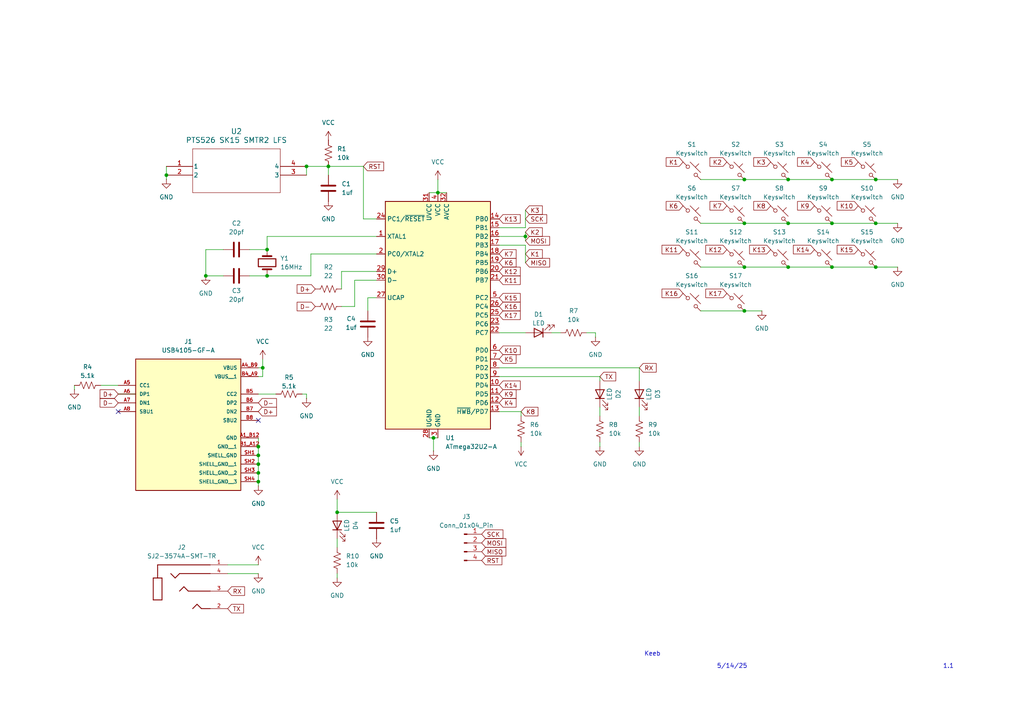
<source format=kicad_sch>
(kicad_sch (version 20231120) (generator "eeschema") (generator_version "8.0")
  (paper "A4")
  (lib_symbols
    (symbol "Connector:Conn_01x04_Pin" (pin_names (offset 1.016) hide)
      (property "Reference" "J" (at 0 5.08 0))
      (property "Value" "Conn_01x04_Pin" (at 0 -7.62 0))
      (symbol "Conn_01x04_Pin_1_1"
        (polyline (pts (xy 1.27 -5.08) (xy 0.8636 -5.08)) (stroke (width 0.1524)))
        (polyline (pts (xy 1.27 -2.54) (xy 0.8636 -2.54)) (stroke (width 0.1524)))
        (polyline (pts (xy 1.27 0) (xy 0.8636 0)) (stroke (width 0.1524)))
        (polyline (pts (xy 1.27 2.54) (xy 0.8636 2.54)) (stroke (width 0.1524)))
        (rectangle (start 0.8636 -4.953) (end 0 -5.207) (stroke (width 0.1524)) (fill (type outline)))
        (rectangle (start 0.8636 -2.413) (end 0 -2.667) (stroke (width 0.1524)) (fill (type outline)))
        (rectangle (start 0.8636 0.127) (end 0 -0.127) (stroke (width 0.1524)) (fill (type outline)))
        (rectangle (start 0.8636 2.667) (end 0 2.413) (stroke (width 0.1524)) (fill (type outline)))
        (pin passive line (at 5.08 2.54 180) (length 3.81) (name "Pin_1") (number "1"))
        (pin passive line (at 5.08 0 180) (length 3.81) (name "Pin_2") (number "2"))
        (pin passive line (at 5.08 -2.54 180) (length 3.81) (name "Pin_3") (number "3"))
        (pin passive line (at 5.08 -5.08 180) (length 3.81) (name "Pin_4") (number "4"))
      )
    )
    (symbol "Device:C" (pin_numbers hide) (pin_names (offset 0.254))
      (property "Reference" "C" (at 0.635 2.54 0))
      (property "Value" "C" (at 0.635 -2.54 0))
      (symbol "C_0_1"
        (polyline (pts (xy -2.032 -0.762) (xy 2.032 -0.762)) (stroke (width 0.508)))
        (polyline (pts (xy -2.032 0.762) (xy 2.032 0.762)) (stroke (width 0.508)))
      )
      (symbol "C_1_1"
        (pin passive line (at 0 3.81 270) (length 2.794) (name "~") (number "1"))
        (pin passive line (at 0 -3.81 90) (length 2.794) (name "~") (number "2"))
      )
    )
    (symbol "Device:Crystal" (pin_numbers hide) (pin_names (offset 1.016) hide)
      (property "Reference" "Y" (at 0 3.81 0))
      (property "Value" "Crystal" (at 0 -3.81 0))
      (symbol "Crystal_0_1"
        (rectangle (start -1.143 2.54) (end 1.143 -2.54) (stroke (width 0.3048)))
        (polyline (pts (xy -2.54 0) (xy -1.905 0)))
        (polyline (pts (xy -1.905 -1.27) (xy -1.905 1.27)) (stroke (width 0.508)))
        (polyline (pts (xy 1.905 -1.27) (xy 1.905 1.27)) (stroke (width 0.508)))
        (polyline (pts (xy 2.54 0) (xy 1.905 0)))
      )
      (symbol "Crystal_1_1"
        (pin passive line (at -3.81 0 0) (length 1.27) (name "1") (number "1"))
        (pin passive line (at 3.81 0 180) (length 1.27) (name "2") (number "2"))
      )
    )
    (symbol "Device:LED" (pin_numbers hide) (pin_names (offset 1.016) hide)
      (property "Reference" "D" (at 0 2.54 0))
      (property "Value" "LED" (at 0 -2.54 0))
      (symbol "LED_0_1"
        (polyline (pts (xy -1.27 -1.27) (xy -1.27 1.27)) (stroke (width 0.254)))
        (polyline (pts (xy -1.27 0) (xy 1.27 0)))
        (polyline (pts (xy 1.27 -1.27) (xy 1.27 1.27) (xy -1.27 0) (xy 1.27 -1.27)) (stroke (width 0.254)))
        (polyline (pts (xy -3.048 -0.762) (xy -4.572 -2.286) (xy -3.81 -2.286) (xy -4.572 -2.286) (xy -4.572 -1.524)))
        (polyline (pts (xy -1.778 -0.762) (xy -3.302 -2.286) (xy -2.54 -2.286) (xy -3.302 -2.286) (xy -3.302 -1.524)))
      )
      (symbol "LED_1_1"
        (pin passive line (at -3.81 0 0) (length 2.54) (name "K") (number "1"))
        (pin passive line (at 3.81 0 180) (length 2.54) (name "A") (number "2"))
      )
    )
    (symbol "Device:R_US" (pin_numbers hide) (pin_names (offset 0))
      (property "Reference" "R" (at 2.54 0 90))
      (property "Value" "R_US" (at -2.54 0 90))
      (symbol "R_US_0_1"
        (polyline (pts (xy 0 -2.286) (xy 0 -2.54)))
        (polyline (pts (xy 0 2.286) (xy 0 2.54)))
        (polyline (pts (xy 0 -0.762) (xy 1.016 -1.143) (xy 0 -1.524) (xy -1.016 -1.905) (xy 0 -2.286)))
        (polyline (pts (xy 0 0.762) (xy 1.016 0.381) (xy 0 0) (xy -1.016 -0.381) (xy 0 -0.762)))
        (polyline (pts (xy 0 2.286) (xy 1.016 1.905) (xy 0 1.524) (xy -1.016 1.143) (xy 0 0.762)))
      )
      (symbol "R_US_1_1"
        (pin passive line (at 0 3.81 270) (length 1.27) (name "~") (number "1"))
        (pin passive line (at 0 -3.81 90) (length 1.27) (name "~") (number "2"))
      )
    )
    (symbol "MCU_Microchip_ATmega:ATmega32U2-A"
      (property "Reference" "U" (at -15.24 34.29 0))
      (property "Value" "ATmega32U2-A" (at 2.54 -34.29 0))
      (symbol "ATmega32U2-A_0_1"
        (rectangle (start -15.24 -33.02) (end 15.24 33.02) (stroke (width 0.254)) (fill (type background)))
      )
      (symbol "ATmega32U2-A_1_1"
        (pin input line (at -17.78 22.86 0) (length 2.54) (name "XTAL1") (number "1"))
        (pin bidirectional line (at 17.78 -20.32 180) (length 2.54) (name "PD4") (number "10"))
        (pin bidirectional line (at 17.78 -22.86 180) (length 2.54) (name "PD5") (number "11"))
        (pin bidirectional line (at 17.78 -25.4 180) (length 2.54) (name "PD6") (number "12"))
        (pin bidirectional line (at 17.78 -27.94 180) (length 2.54) (name "~{HWB}/PD7") (number "13"))
        (pin bidirectional line (at 17.78 27.94 180) (length 2.54) (name "PB0") (number "14"))
        (pin bidirectional line (at 17.78 25.4 180) (length 2.54) (name "PB1") (number "15"))
        (pin bidirectional line (at 17.78 22.86 180) (length 2.54) (name "PB2") (number "16"))
        (pin bidirectional line (at 17.78 20.32 180) (length 2.54) (name "PB3") (number "17"))
        (pin bidirectional line (at 17.78 17.78 180) (length 2.54) (name "PB4") (number "18"))
        (pin bidirectional line (at 17.78 15.24 180) (length 2.54) (name "PB5") (number "19"))
        (pin bidirectional line (at -17.78 17.78 0) (length 2.54) (name "PC0/XTAL2") (number "2"))
        (pin bidirectional line (at 17.78 12.7 180) (length 2.54) (name "PB6") (number "20"))
        (pin bidirectional line (at 17.78 10.16 180) (length 2.54) (name "PB7") (number "21"))
        (pin bidirectional line (at 17.78 -5.08 180) (length 2.54) (name "PC7") (number "22"))
        (pin bidirectional line (at 17.78 -2.54 180) (length 2.54) (name "PC6") (number "23"))
        (pin bidirectional line (at -17.78 27.94 0) (length 2.54) (name "PC1/~{RESET}") (number "24"))
        (pin bidirectional line (at 17.78 0 180) (length 2.54) (name "PC5") (number "25"))
        (pin bidirectional line (at 17.78 2.54 180) (length 2.54) (name "PC4") (number "26"))
        (pin passive line (at -17.78 5.08 0) (length 2.54) (name "UCAP") (number "27"))
        (pin power_in line (at -2.54 -35.56 90) (length 2.54) (name "UGND") (number "28"))
        (pin bidirectional line (at -17.78 12.7 0) (length 2.54) (name "D+") (number "29"))
        (pin power_in line (at 0 -35.56 90) (length 2.54) (name "GND") (number "3"))
        (pin bidirectional line (at -17.78 10.16 0) (length 2.54) (name "D-") (number "30"))
        (pin power_in line (at -2.54 35.56 270) (length 2.54) (name "UVCC") (number "31"))
        (pin power_in line (at 2.54 35.56 270) (length 2.54) (name "AVCC") (number "32"))
        (pin power_in line (at 0 35.56 270) (length 2.54) (name "VCC") (number "4"))
        (pin bidirectional line (at 17.78 5.08 180) (length 2.54) (name "PC2") (number "5"))
        (pin bidirectional line (at 17.78 -10.16 180) (length 2.54) (name "PD0") (number "6"))
        (pin bidirectional line (at 17.78 -12.7 180) (length 2.54) (name "PD1") (number "7"))
        (pin bidirectional line (at 17.78 -15.24 180) (length 2.54) (name "PD2") (number "8"))
        (pin bidirectional line (at 17.78 -17.78 180) (length 2.54) (name "PD3") (number "9"))
      )
    )
    (symbol "PTS526SK15SMTR2 LFS:PTS526_SK15_SMTR2_LFS" (pin_names (offset 0.254))
      (property "Reference" "U" (at 20.32 10.16 0))
      (property "Value" "PTS526 SK15 SMTR2 LFS" (at 20.32 7.62 0))
      (symbol "PTS526_SK15_SMTR2_LFS_0_1"
        (polyline (pts (xy 7.62 -7.62) (xy 33.02 -7.62)) (stroke (width 0.127)))
        (polyline (pts (xy 7.62 5.08) (xy 7.62 -7.62)) (stroke (width 0.127)))
        (polyline (pts (xy 33.02 -7.62) (xy 33.02 5.08)) (stroke (width 0.127)))
        (polyline (pts (xy 33.02 5.08) (xy 7.62 5.08)) (stroke (width 0.127)))
        (pin unspecified line (at 0 0 0) (length 7.62) (name "1") (number "1"))
        (pin unspecified line (at 0 -2.54 0) (length 7.62) (name "2") (number "2"))
        (pin unspecified line (at 40.64 -2.54 180) (length 7.62) (name "3") (number "3"))
        (pin unspecified line (at 40.64 0 180) (length 7.62) (name "4") (number "4"))
      )
    )
    (symbol "SJ2-3574A-SMT-TR:SJ2-3574A-SMT-TR" (pin_names (offset 1.016))
      (property "Reference" "J" (at -7.62 8.382 0))
      (property "Value" "SJ2-3574A-SMT-TR" (at -7.62 -7.62 0))
      (symbol "SJ2-3574A-SMT-TR_0_0"
        (polyline (pts (xy -8.89 -2.54) (xy -8.89 3.81)) (stroke (width 0.254)))
        (polyline (pts (xy -8.89 3.81) (xy -7.62 3.81)) (stroke (width 0.254)))
        (polyline (pts (xy -7.62 3.81) (xy -7.62 7.62)) (stroke (width 0.254)))
        (polyline (pts (xy -7.62 3.81) (xy -6.35 3.81)) (stroke (width 0.254)))
        (polyline (pts (xy -7.62 7.62) (xy 7.62 7.62)) (stroke (width 0.254)))
        (polyline (pts (xy -6.35 -2.54) (xy -8.89 -2.54)) (stroke (width 0.254)))
        (polyline (pts (xy -6.35 3.81) (xy -6.35 -2.54)) (stroke (width 0.254)))
        (polyline (pts (xy -3.81 5.08) (xy -2.54 3.81)) (stroke (width 0.254)))
        (polyline (pts (xy -2.54 3.81) (xy -1.27 5.08)) (stroke (width 0.254)))
        (polyline (pts (xy -1.27 0) (xy 0 1.27)) (stroke (width 0.254)))
        (polyline (pts (xy -1.27 5.08) (xy 7.62 5.08)) (stroke (width 0.254)))
        (polyline (pts (xy 0 1.27) (xy 1.27 0)) (stroke (width 0.254)))
        (polyline (pts (xy 1.27 0) (xy 7.62 0)) (stroke (width 0.254)))
        (polyline (pts (xy 2.54 -5.08) (xy 3.81 -3.81)) (stroke (width 0.254)))
        (polyline (pts (xy 3.81 -3.81) (xy 5.08 -5.08)) (stroke (width 0.254)))
        (polyline (pts (xy 5.08 -5.08) (xy 7.62 -5.08)) (stroke (width 0.254)))
        (pin passive line (at 12.7 7.62 180) (length 5.08) (name "~") (number "1"))
        (pin passive line (at 12.7 -5.08 180) (length 5.08) (name "~") (number "2"))
        (pin passive line (at 12.7 0 180) (length 5.08) (name "~") (number "3"))
        (pin passive line (at 12.7 5.08 180) (length 5.08) (name "~") (number "4"))
      )
    )
    (symbol "ScottoKeebs:Placeholder_Keyswitch" (pin_numbers hide) (pin_names (offset 1.016) hide)
      (property "Reference" "S" (at 3.048 1.016 0))
      (property "Value" "Keyswitch" (at 0 -3.81 0))
      (symbol "Placeholder_Keyswitch_0_1"
        (circle (center -1.1684 1.1684) (radius 0.508))
        (polyline (pts (xy -0.508 2.54) (xy 2.54 -0.508)))
        (polyline (pts (xy 1.016 1.016) (xy 2.032 2.032)))
        (polyline (pts (xy -2.54 2.54) (xy -1.524 1.524) (xy -1.524 1.524)))
        (polyline (pts (xy 1.524 -1.524) (xy 2.54 -2.54) (xy 2.54 -2.54) (xy 2.54 -2.54)))
        (circle (center 1.143 -1.1938) (radius 0.508))
        (pin passive line (at -2.54 2.54 0) (length 0) (name "1") (number "1"))
        (pin passive line (at 2.54 -2.54 180) (length 0) (name "2") (number "2"))
      )
    )
    (symbol "USB_C:USB4105-GF-A" (pin_names (offset 1.016))
      (property "Reference" "J" (at -15.24 13.97 0))
      (property "Value" "USB4105-GF-A" (at -15.24 -27.94 0))
      (symbol "USB4105-GF-A_0_0"
        (rectangle (start -15.24 -25.4) (end 15.24 12.7) (stroke (width 0.254)) (fill (type background)))
        (pin power_in line (at 20.32 -10.16 180) (length 5.08) (name "GND") (number "A1_B12"))
        (pin power_in line (at 20.32 10.16 180) (length 5.08) (name "VBUS") (number "A4_B9"))
        (pin bidirectional line (at -20.32 5.08 0) (length 5.08) (name "CC1") (number "A5"))
        (pin bidirectional line (at -20.32 2.54 0) (length 5.08) (name "DP1") (number "A6"))
        (pin bidirectional line (at -20.32 0 0) (length 5.08) (name "DN1") (number "A7"))
        (pin bidirectional line (at -20.32 -2.54 0) (length 5.08) (name "SBU1") (number "A8"))
        (pin power_in line (at 20.32 -12.7 180) (length 5.08) (name "GND__1") (number "B1_A12"))
        (pin power_in line (at 20.32 7.62 180) (length 5.08) (name "VBUS__1") (number "B4_A9"))
        (pin bidirectional line (at 20.32 2.54 180) (length 5.08) (name "CC2") (number "B5"))
        (pin bidirectional line (at 20.32 0 180) (length 5.08) (name "DP2") (number "B6"))
        (pin bidirectional line (at 20.32 -2.54 180) (length 5.08) (name "DN2") (number "B7"))
        (pin bidirectional line (at 20.32 -5.08 180) (length 5.08) (name "SBU2") (number "B8"))
        (pin power_in line (at 20.32 -15.24 180) (length 5.08) (name "SHELL_GND") (number "SH1"))
        (pin power_in line (at 20.32 -17.78 180) (length 5.08) (name "SHELL_GND__1") (number "SH2"))
        (pin power_in line (at 20.32 -20.32 180) (length 5.08) (name "SHELL_GND__2") (number "SH3"))
        (pin power_in line (at 20.32 -22.86 180) (length 5.08) (name "SHELL_GND__3") (number "SH4"))
      )
    )
    (symbol "power:GND" (power) (pin_numbers hide) (pin_names (offset 0) hide)
      (property "Value" "GND" (at 0 -3.81 0))
      (symbol "GND_0_1"
        (polyline (pts (xy 0 0) (xy 0 -1.27) (xy 1.27 -1.27) (xy 0 -2.54) (xy -1.27 -1.27) (xy 0 -1.27)))
      )
      (symbol "GND_1_1"
        (pin power_in line (at 0 0 270) (length 0) (name "~") (number "1"))
      )
    )
    (symbol "power:VCC" (power) (pin_numbers hide) (pin_names (offset 0) hide)
      (property "Value" "VCC" (at 0 3.556 0))
      (symbol "VCC_0_1"
        (polyline (pts (xy -0.762 1.27) (xy 0 2.54)))
        (polyline (pts (xy 0 0) (xy 0 2.54)))
        (polyline (pts (xy 0 2.54) (xy 0.762 1.27)))
      )
      (symbol "VCC_1_1"
        (pin power_in line (at 0 0 90) (length 0) (name "~") (number "1"))
      )
    )
  )
  (junction (at 95.25 48.26))
  (junction (at 74.93 132.08))
  (junction (at 228.6 52.07))
  (junction (at 125.73 127))
  (junction (at 77.47 72.39))
  (junction (at 48.26 50.8))
  (junction (at 88.9 48.26))
  (junction (at 215.9 90.17))
  (junction (at 228.6 64.77))
  (junction (at 77.47 80.01))
  (junction (at 74.93 137.16))
  (junction (at 254 77.47))
  (junction (at 74.93 139.7))
  (junction (at 215.9 52.07))
  (junction (at 241.3 77.47))
  (junction (at 241.3 52.07))
  (junction (at 127 55.88))
  (junction (at 254 52.07))
  (junction (at 228.6 77.47))
  (junction (at 59.69 80.01))
  (junction (at 215.9 77.47))
  (junction (at 152.4 68.58))
  (junction (at 241.3 64.77))
  (junction (at 74.93 134.62))
  (junction (at 97.79 148.59))
  (junction (at 76.2 106.68))
  (junction (at 215.9 64.77))
  (junction (at 74.93 129.54))
  (junction (at 254 64.77))
  (no_connect (at 74.93 121.92))
  (no_connect (at 34.29 119.38))
  (wire (pts (xy 160.02 96.52) (xy 162.56 96.52)))
  (wire (pts (xy 74.93 134.62) (xy 74.93 137.16)))
  (wire (pts (xy 203.2 52.07) (xy 215.9 52.07)))
  (wire (pts (xy 144.78 119.38) (xy 151.13 119.38)))
  (wire (pts (xy 125.73 127) (xy 125.73 130.81)))
  (wire (pts (xy 102.87 81.28) (xy 102.87 88.9)))
  (wire (pts (xy 74.93 114.3) (xy 80.01 114.3)))
  (wire (pts (xy 109.22 78.74) (xy 99.06 78.74)))
  (wire (pts (xy 125.73 127) (xy 127 127)))
  (wire (pts (xy 241.3 64.77) (xy 254 64.77)))
  (wire (pts (xy 74.93 106.68) (xy 76.2 106.68)))
  (wire (pts (xy 74.93 139.7) (xy 74.93 140.97)))
  (wire (pts (xy 74.93 137.16) (xy 74.93 139.7)))
  (wire (pts (xy 173.99 128.27) (xy 173.99 129.54)))
  (wire (pts (xy 74.93 129.54) (xy 74.93 132.08)))
  (wire (pts (xy 215.9 52.07) (xy 228.6 52.07)))
  (wire (pts (xy 151.13 128.27) (xy 151.13 129.54)))
  (wire (pts (xy 254 52.07) (xy 260.35 52.07)))
  (wire (pts (xy 34.29 114.3) (xy 39.37 114.3)))
  (wire (pts (xy 228.6 52.07) (xy 241.3 52.07)))
  (wire (pts (xy 152.4 66.04) (xy 144.78 66.04)))
  (wire (pts (xy 215.9 90.17) (xy 220.98 90.17)))
  (wire (pts (xy 152.4 60.96) (xy 152.4 66.04)))
  (wire (pts (xy 88.9 48.26) (xy 95.25 48.26)))
  (wire (pts (xy 29.21 111.76) (xy 34.29 111.76)))
  (wire (pts (xy 76.2 106.68) (xy 76.2 104.14)))
  (wire (pts (xy 124.46 55.88) (xy 127 55.88)))
  (wire (pts (xy 88.9 48.26) (xy 88.9 50.8)))
  (wire (pts (xy 72.39 80.01) (xy 77.47 80.01)))
  (wire (pts (xy 66.04 163.83) (xy 74.93 163.83)))
  (wire (pts (xy 185.42 118.11) (xy 185.42 120.65)))
  (wire (pts (xy 97.79 166.37) (xy 97.79 167.64)))
  (wire (pts (xy 203.2 64.77) (xy 215.9 64.77)))
  (wire (pts (xy 102.87 88.9) (xy 99.06 88.9)))
  (wire (pts (xy 215.9 77.47) (xy 228.6 77.47)))
  (wire (pts (xy 254 64.77) (xy 260.35 64.77)))
  (wire (pts (xy 77.47 68.58) (xy 77.47 72.39)))
  (wire (pts (xy 144.78 96.52) (xy 152.4 96.52)))
  (wire (pts (xy 88.9 115.57) (xy 88.9 114.3)))
  (wire (pts (xy 48.26 48.26) (xy 48.26 50.8)))
  (wire (pts (xy 203.2 90.17) (xy 215.9 90.17)))
  (wire (pts (xy 59.69 80.01) (xy 64.77 80.01)))
  (wire (pts (xy 241.3 77.47) (xy 254 77.47)))
  (wire (pts (xy 152.4 68.58) (xy 144.78 68.58)))
  (wire (pts (xy 95.25 48.26) (xy 95.25 50.8)))
  (wire (pts (xy 109.22 81.28) (xy 102.87 81.28)))
  (wire (pts (xy 48.26 52.07) (xy 48.26 50.8)))
  (wire (pts (xy 127 55.88) (xy 129.54 55.88)))
  (wire (pts (xy 254 77.47) (xy 260.35 77.47)))
  (wire (pts (xy 109.22 73.66) (xy 90.17 73.66)))
  (wire (pts (xy 106.68 86.36) (xy 106.68 90.17)))
  (wire (pts (xy 152.4 67.31) (xy 152.4 68.58)))
  (wire (pts (xy 185.42 128.27) (xy 185.42 129.54)))
  (wire (pts (xy 215.9 64.77) (xy 228.6 64.77)))
  (wire (pts (xy 109.22 68.58) (xy 77.47 68.58)))
  (wire (pts (xy 124.46 127) (xy 125.73 127)))
  (wire (pts (xy 173.99 118.11) (xy 173.99 120.65)))
  (wire (pts (xy 59.69 72.39) (xy 59.69 80.01)))
  (wire (pts (xy 172.72 96.52) (xy 170.18 96.52)))
  (wire (pts (xy 97.79 144.78) (xy 97.79 148.59)))
  (wire (pts (xy 228.6 64.77) (xy 241.3 64.77)))
  (wire (pts (xy 152.4 68.58) (xy 152.4 69.85)))
  (wire (pts (xy 90.17 80.01) (xy 77.47 80.01)))
  (wire (pts (xy 99.06 78.74) (xy 99.06 83.82)))
  (wire (pts (xy 95.25 48.26) (xy 105.41 48.26)))
  (wire (pts (xy 90.17 73.66) (xy 90.17 80.01)))
  (wire (pts (xy 97.79 156.21) (xy 97.79 158.75)))
  (wire (pts (xy 241.3 52.07) (xy 254 52.07)))
  (wire (pts (xy 74.93 127) (xy 74.93 129.54)))
  (wire (pts (xy 144.78 109.22) (xy 173.99 109.22)))
  (wire (pts (xy 88.9 114.3) (xy 87.63 114.3)))
  (wire (pts (xy 152.4 71.12) (xy 152.4 76.2)))
  (wire (pts (xy 74.93 132.08) (xy 74.93 134.62)))
  (wire (pts (xy 72.39 72.39) (xy 77.47 72.39)))
  (wire (pts (xy 144.78 106.68) (xy 185.42 106.68)))
  (wire (pts (xy 76.2 109.22) (xy 76.2 106.68)))
  (wire (pts (xy 21.59 113.03) (xy 21.59 111.76)))
  (wire (pts (xy 59.69 72.39) (xy 64.77 72.39)))
  (wire (pts (xy 144.78 71.12) (xy 152.4 71.12)))
  (wire (pts (xy 151.13 119.38) (xy 151.13 120.65)))
  (wire (pts (xy 185.42 106.68) (xy 185.42 110.49)))
  (wire (pts (xy 228.6 77.47) (xy 241.3 77.47)))
  (wire (pts (xy 173.99 110.49) (xy 173.99 109.22)))
  (wire (pts (xy 105.41 48.26) (xy 105.41 63.5)))
  (wire (pts (xy 66.04 166.37) (xy 74.93 166.37)))
  (wire (pts (xy 97.79 148.59) (xy 109.22 148.59)))
  (wire (pts (xy 76.2 109.22) (xy 74.93 109.22)))
  (wire (pts (xy 105.41 63.5) (xy 109.22 63.5)))
  (wire (pts (xy 109.22 86.36) (xy 106.68 86.36)))
  (wire (pts (xy 127 52.07) (xy 127 55.88)))
  (wire (pts (xy 203.2 77.47) (xy 215.9 77.47)))
  (wire (pts (xy 172.72 96.52) (xy 172.72 97.79)))
  (text "1.1" (at 275.082 193.294 0) (effects (font (size 1.27 1.27))))
  (text "Keeb" (at 189.23 189.738 0) (effects (font (size 1.27 1.27))))
  (text "5/14/25" (at 212.344 193.294 0) (effects (font (size 1.27 1.27))))
  (global_label "TX" (shape input) (at 66.04 176.53 0) (property "Intersheetrefs" "${INTERSHEET_REFS}" (effects (hide yes))))
  (global_label "D+" (shape input) (at 34.29 114.3 180) (property "Intersheetrefs" "${INTERSHEET_REFS}" (effects (hide yes))))
  (global_label "MOSI" (shape input) (at 139.7 157.48 0) (property "Intersheetrefs" "${INTERSHEET_REFS}" (effects (hide yes))))
  (global_label "K5" (shape input) (at 248.92 46.99 180) (property "Intersheetrefs" "${INTERSHEET_REFS}" (effects (hide yes))))
  (global_label "SCK" (shape input) (at 139.7 154.94 0) (property "Intersheetrefs" "${INTERSHEET_REFS}" (effects (hide yes))))
  (global_label "K9" (shape input) (at 144.78 114.3 0) (property "Intersheetrefs" "${INTERSHEET_REFS}" (effects (hide yes))))
  (global_label "K12" (shape input) (at 144.78 78.74 0) (property "Intersheetrefs" "${INTERSHEET_REFS}" (effects (hide yes))))
  (global_label "K2" (shape input) (at 152.4 67.31 0) (property "Intersheetrefs" "${INTERSHEET_REFS}" (effects (hide yes))))
  (global_label "D-" (shape input) (at 91.44 88.9 180) (property "Intersheetrefs" "${INTERSHEET_REFS}" (effects (hide yes))))
  (global_label "K5" (shape input) (at 144.78 104.14 0) (property "Intersheetrefs" "${INTERSHEET_REFS}" (effects (hide yes))))
  (global_label "K4" (shape input) (at 236.22 46.99 180) (property "Intersheetrefs" "${INTERSHEET_REFS}" (effects (hide yes))))
  (global_label "K3" (shape input) (at 152.4 60.96 0) (property "Intersheetrefs" "${INTERSHEET_REFS}" (effects (hide yes))))
  (global_label "MOSI" (shape input) (at 152.4 69.85 0) (property "Intersheetrefs" "${INTERSHEET_REFS}" (effects (hide yes))))
  (global_label "K14" (shape input) (at 144.78 111.76 0) (property "Intersheetrefs" "${INTERSHEET_REFS}" (effects (hide yes))))
  (global_label "K6" (shape input) (at 198.12 59.69 180) (property "Intersheetrefs" "${INTERSHEET_REFS}" (effects (hide yes))))
  (global_label "RST" (shape input) (at 139.7 162.56 0) (property "Intersheetrefs" "${INTERSHEET_REFS}" (effects (hide yes))))
  (global_label "K7" (shape input) (at 144.78 73.66 0) (property "Intersheetrefs" "${INTERSHEET_REFS}" (effects (hide yes))))
  (global_label "K8" (shape input) (at 223.52 59.69 180) (property "Intersheetrefs" "${INTERSHEET_REFS}" (effects (hide yes))))
  (global_label "K17" (shape input) (at 210.82 85.09 180) (property "Intersheetrefs" "${INTERSHEET_REFS}" (effects (hide yes))))
  (global_label "K1" (shape input) (at 198.12 46.99 180) (property "Intersheetrefs" "${INTERSHEET_REFS}" (effects (hide yes))))
  (global_label "K16" (shape input) (at 144.78 88.9 0) (property "Intersheetrefs" "${INTERSHEET_REFS}" (effects (hide yes))))
  (global_label "K14" (shape input) (at 236.22 72.39 180) (property "Intersheetrefs" "${INTERSHEET_REFS}" (effects (hide yes))))
  (global_label "K13" (shape input) (at 144.78 63.5 0) (property "Intersheetrefs" "${INTERSHEET_REFS}" (effects (hide yes))))
  (global_label "D+" (shape input) (at 74.93 119.38 0) (property "Intersheetrefs" "${INTERSHEET_REFS}" (effects (hide yes))))
  (global_label "RX" (shape input) (at 185.42 106.68 0) (property "Intersheetrefs" "${INTERSHEET_REFS}" (effects (hide yes))))
  (global_label "K10" (shape input) (at 248.92 59.69 180) (property "Intersheetrefs" "${INTERSHEET_REFS}" (effects (hide yes))))
  (global_label "MISO" (shape input) (at 152.4 76.2 0) (property "Intersheetrefs" "${INTERSHEET_REFS}" (effects (hide yes))))
  (global_label "D+" (shape input) (at 91.44 83.82 180) (property "Intersheetrefs" "${INTERSHEET_REFS}" (effects (hide yes))))
  (global_label "K15" (shape input) (at 248.92 72.39 180) (property "Intersheetrefs" "${INTERSHEET_REFS}" (effects (hide yes))))
  (global_label "K13" (shape input) (at 223.52 72.39 180) (property "Intersheetrefs" "${INTERSHEET_REFS}" (effects (hide yes))))
  (global_label "RX" (shape input) (at 66.04 171.45 0) (property "Intersheetrefs" "${INTERSHEET_REFS}" (effects (hide yes))))
  (global_label "K6" (shape input) (at 144.78 76.2 0) (property "Intersheetrefs" "${INTERSHEET_REFS}" (effects (hide yes))))
  (global_label "K8" (shape input) (at 151.13 119.38 0) (property "Intersheetrefs" "${INTERSHEET_REFS}" (effects (hide yes))))
  (global_label "D-" (shape input) (at 74.93 116.84 0) (property "Intersheetrefs" "${INTERSHEET_REFS}" (effects (hide yes))))
  (global_label "SCK" (shape input) (at 152.4 63.5 0) (property "Intersheetrefs" "${INTERSHEET_REFS}" (effects (hide yes))))
  (global_label "K11" (shape input) (at 198.12 72.39 180) (property "Intersheetrefs" "${INTERSHEET_REFS}" (effects (hide yes))))
  (global_label "K16" (shape input) (at 198.12 85.09 180) (property "Intersheetrefs" "${INTERSHEET_REFS}" (effects (hide yes))))
  (global_label "RST" (shape input) (at 105.41 48.26 0) (property "Intersheetrefs" "${INTERSHEET_REFS}" (effects (hide yes))))
  (global_label "K9" (shape input) (at 236.22 59.69 180) (property "Intersheetrefs" "${INTERSHEET_REFS}" (effects (hide yes))))
  (global_label "K7" (shape input) (at 210.82 59.69 180) (property "Intersheetrefs" "${INTERSHEET_REFS}" (effects (hide yes))))
  (global_label "K2" (shape input) (at 210.82 46.99 180) (property "Intersheetrefs" "${INTERSHEET_REFS}" (effects (hide yes))))
  (global_label "K4" (shape input) (at 144.78 116.84 0) (property "Intersheetrefs" "${INTERSHEET_REFS}" (effects (hide yes))))
  (global_label "K3" (shape input) (at 223.52 46.99 180) (property "Intersheetrefs" "${INTERSHEET_REFS}" (effects (hide yes))))
  (global_label "K11" (shape input) (at 144.78 81.28 0) (property "Intersheetrefs" "${INTERSHEET_REFS}" (effects (hide yes))))
  (global_label "TX" (shape input) (at 173.99 109.22 0) (property "Intersheetrefs" "${INTERSHEET_REFS}" (effects (hide yes))))
  (global_label "K15" (shape input) (at 144.78 86.36 0) (property "Intersheetrefs" "${INTERSHEET_REFS}" (effects (hide yes))))
  (global_label "K12" (shape input) (at 210.82 72.39 180) (property "Intersheetrefs" "${INTERSHEET_REFS}" (effects (hide yes))))
  (global_label "D-" (shape input) (at 34.29 116.84 180) (property "Intersheetrefs" "${INTERSHEET_REFS}" (effects (hide yes))))
  (global_label "MISO" (shape input) (at 139.7 160.02 0) (property "Intersheetrefs" "${INTERSHEET_REFS}" (effects (hide yes))))
  (global_label "K10" (shape input) (at 144.78 101.6 0) (property "Intersheetrefs" "${INTERSHEET_REFS}" (effects (hide yes))))
  (global_label "K1" (shape input) (at 152.4 73.66 0) (property "Intersheetrefs" "${INTERSHEET_REFS}" (effects (hide yes))))
  (global_label "K17" (shape input) (at 144.78 91.44 0) (property "Intersheetrefs" "${INTERSHEET_REFS}" (effects (hide yes))))
  (symbol (lib_id "power:GND") (at 260.35 52.07 0) (unit 1)
    (property "Reference" "#PWR03" (effects (hide yes)))
    (property "Value" "GND" (at 260.35 57.15 0))
    (property "Description" "Power symbol creates a global label with name \"GND\" , ground" (effects (hide yes)))
  )
  (symbol (lib_id "power:GND") (at 95.25 58.42 0) (unit 1)
    (property "Reference" "#PWR09" (effects (hide yes)))
    (property "Value" "GND" (at 95.25 63.5 0))
    (property "Description" "Power symbol creates a global label with name \"GND\" , ground" (effects (hide yes)))
  )
  (symbol (lib_id "power:GND") (at 109.22 156.21 0) (unit 1)
    (property "Reference" "#PWR013" (effects (hide yes)))
    (property "Value" "GND" (at 109.22 161.29 0))
    (property "Description" "Power symbol creates a global label with name \"GND\" , ground" (effects (hide yes)))
  )
  (symbol (lib_id "Device:C") (at 109.22 152.4 180) (unit 1)
    (property "Reference" "C5" (at 113.03 151.1299 0) (effects (justify right)))
    (property "Value" "1uf" (at 113.03 153.6699 0) (effects (justify right)))
    (property "Footprint" "Capacitor_SMD:C_0805_2012Metric" (effects (hide yes)))
    (property "Description" "Unpolarized capacitor" (effects (hide yes)))
  )
  (symbol (lib_id "ScottoKeebs:Placeholder_Keyswitch") (at 226.06 62.23 0) (unit 1)
    (property "Reference" "S8" (at 226.06 54.61 0))
    (property "Value" "Keyswitch" (at 226.06 57.15 0))
    (property "Footprint" "Mech_Keyboard:SW_Gateron_LowProfile_THT_New" (effects (hide yes)))
    (property "Description" "Push button switch, normally open, two pins, 45° tilted" (effects (hide yes)))
  )
  (symbol (lib_id "power:VCC") (at 95.25 40.64 0) (unit 1)
    (property "Reference" "#PWR07" (effects (hide yes)))
    (property "Value" "VCC" (at 95.25 35.56 0))
    (property "Description" "Power symbol creates a global label with name \"VCC\"" (effects (hide yes)))
  )
  (symbol (lib_id "power:VCC") (at 127 52.07 0) (unit 1)
    (property "Reference" "#PWR01" (effects (hide yes)))
    (property "Value" "VCC" (at 127 46.99 0))
    (property "Description" "Power symbol creates a global label with name \"VCC\"" (effects (hide yes)))
  )
  (symbol (lib_id "ScottoKeebs:Placeholder_Keyswitch") (at 226.06 49.53 0) (unit 1)
    (property "Reference" "S3" (at 226.06 41.91 0))
    (property "Value" "Keyswitch" (at 226.06 44.45 0))
    (property "Footprint" "Mech_Keyboard:SW_Gateron_LowProfile_THT_New" (effects (hide yes)))
    (property "Description" "Push button switch, normally open, two pins, 45° tilted" (effects (hide yes)))
  )
  (symbol (lib_id "power:GND") (at 97.79 167.64 0) (unit 1)
    (property "Reference" "#PWR021" (effects (hide yes)))
    (property "Value" "GND" (at 97.79 172.72 0))
    (property "Description" "Power symbol creates a global label with name \"GND\" , ground" (effects (hide yes)))
  )
  (symbol (lib_id "ScottoKeebs:Placeholder_Keyswitch") (at 213.36 74.93 0) (unit 1)
    (property "Reference" "S12" (at 213.36 67.31 0))
    (property "Value" "Keyswitch" (at 213.36 69.85 0))
    (property "Footprint" "Mech_Keyboard:SW_Gateron_LowProfile_THT_New" (effects (hide yes)))
    (property "Description" "Push button switch, normally open, two pins, 45° tilted" (effects (hide yes)))
  )
  (symbol (lib_id "MCU_Microchip_ATmega:ATmega32U2-A") (at 127 91.44 0) (unit 1)
    (property "Reference" "U1" (at 129.1941 127 0) (effects (justify left)))
    (property "Value" "ATmega32U2-A" (at 129.1941 129.54 0) (effects (justify left)))
    (property "Footprint" "Package_QFP:TQFP-32_7x7mm_P0.8mm" (effects (hide yes)))
    (property "Datasheet" "http://ww1.microchip.com/downloads/en/DeviceDoc/doc7799.pdf" (effects (hide yes)))
    (property "Description" "16MHz, 32kB Flash, 1kB SRAM, 1kB EEPROM, TQFP-32" (effects (hide yes)))
  )
  (symbol (lib_id "ScottoKeebs:Placeholder_Keyswitch") (at 251.46 74.93 0) (unit 1)
    (property "Reference" "S15" (at 251.46 67.31 0))
    (property "Value" "Keyswitch" (at 251.46 69.85 0))
    (property "Footprint" "Mech_Keyboard:SW_Gateron_LowProfile_THT_New" (effects (hide yes)))
    (property "Description" "Push button switch, normally open, two pins, 45° tilted" (effects (hide yes)))
  )
  (symbol (lib_id "ScottoKeebs:Placeholder_Keyswitch") (at 238.76 49.53 0) (unit 1)
    (property "Reference" "S4" (at 238.76 41.91 0))
    (property "Value" "Keyswitch" (at 238.76 44.45 0))
    (property "Footprint" "Mech_Keyboard:SW_Gateron_LowProfile_THT_New" (effects (hide yes)))
    (property "Description" "Push button switch, normally open, two pins, 45° tilted" (effects (hide yes)))
  )
  (symbol (lib_id "power:GND") (at 74.93 140.97 0) (unit 1)
    (property "Reference" "#PWR025" (effects (hide yes)))
    (property "Value" "GND" (at 74.93 146.05 0))
    (property "Description" "Power symbol creates a global label with name \"GND\" , ground" (effects (hide yes)))
  )
  (symbol (lib_id "Device:C") (at 95.25 54.61 0) (unit 1)
    (property "Reference" "C1" (at 99.06 53.3399 0) (effects (justify left)))
    (property "Value" "1uf" (at 99.06 55.8799 0) (effects (justify left)))
    (property "Footprint" "Capacitor_SMD:C_0805_2012Metric" (effects (hide yes)))
    (property "Description" "Unpolarized capacitor" (effects (hide yes)))
  )
  (symbol (lib_id "Device:R_US") (at 95.25 44.45 0) (unit 1)
    (property "Reference" "R1" (at 97.79 43.1799 0) (effects (justify left)))
    (property "Value" "10k" (at 97.79 45.7199 0) (effects (justify left)))
    (property "Footprint" "Resistor_SMD:R_0805_2012Metric" (effects (hide yes)))
    (property "Description" "Resistor, US symbol" (effects (hide yes)))
  )
  (symbol (lib_id "power:GND") (at 21.59 113.03 0) (unit 1)
    (property "Reference" "#PWR029" (effects (hide yes)))
    (property "Value" "GND" (at 21.59 118.11 0))
    (property "Description" "Power symbol creates a global label with name \"GND\" , ground" (effects (hide yes)))
  )
  (symbol (lib_id "Device:C") (at 106.68 93.98 180) (unit 1)
    (property "Reference" "C4" (at 101.854 92.456 0))
    (property "Value" "1uf" (at 101.854 94.996 0))
    (property "Footprint" "Capacitor_SMD:C_0805_2012Metric" (effects (hide yes)))
    (property "Description" "Unpolarized capacitor" (effects (hide yes)))
  )
  (symbol (lib_id "power:GND") (at 74.93 166.37 0) (unit 1)
    (property "Reference" "#PWR014" (effects (hide yes)))
    (property "Value" "GND" (at 74.93 171.45 0))
    (property "Description" "Power symbol creates a global label with name \"GND\" , ground" (effects (hide yes)))
  )
  (symbol (lib_id "Device:LED") (at 173.99 114.3 90) (unit 1)
    (property "Reference" "D2" (at 179.324 114.3 0))
    (property "Value" "LED" (at 176.784 114.3 0))
    (property "Footprint" "LED_SMD:LED_0805_2012Metric" (effects (hide yes)))
    (property "Description" "Light emitting diode" (effects (hide yes)))
  )
  (symbol (lib_id "ScottoKeebs:Placeholder_Keyswitch") (at 200.66 87.63 0) (unit 1)
    (property "Reference" "S16" (at 200.66 80.01 0))
    (property "Value" "Keyswitch" (at 200.66 82.55 0))
    (property "Footprint" "Mech_Keyboard:SW_Gateron_LowProfile_THT_New" (effects (hide yes)))
    (property "Description" "Push button switch, normally open, two pins, 45° tilted" (effects (hide yes)))
  )
  (symbol (lib_id "Device:LED") (at 185.42 114.3 90) (unit 1)
    (property "Reference" "D3" (at 190.754 114.3 0))
    (property "Value" "LED" (at 188.214 114.3 0))
    (property "Footprint" "LED_SMD:LED_0805_2012Metric" (effects (hide yes)))
    (property "Description" "Light emitting diode" (effects (hide yes)))
  )
  (symbol (lib_id "ScottoKeebs:Placeholder_Keyswitch") (at 251.46 62.23 0) (unit 1)
    (property "Reference" "S10" (at 251.46 54.61 0))
    (property "Value" "Keyswitch" (at 251.46 57.15 0))
    (property "Footprint" "Mech_Keyboard:SW_Gateron_LowProfile_THT_New" (effects (hide yes)))
    (property "Description" "Push button switch, normally open, two pins, 45° tilted" (effects (hide yes)))
  )
  (symbol (lib_id "power:VCC") (at 97.79 144.78 0) (unit 1)
    (property "Reference" "#PWR022" (effects (hide yes)))
    (property "Value" "VCC" (at 97.79 139.7 0))
    (property "Description" "Power symbol creates a global label with name \"VCC\"" (effects (hide yes)))
  )
  (symbol (lib_id "Device:R_US") (at 97.79 162.56 180) (unit 1)
    (property "Reference" "R10" (at 100.33 161.2899 0) (effects (justify right)))
    (property "Value" "10k" (at 100.33 163.8299 0) (effects (justify right)))
    (property "Footprint" "Resistor_SMD:R_0805_2012Metric" (effects (hide yes)))
    (property "Description" "Resistor, US symbol" (effects (hide yes)))
  )
  (symbol (lib_id "SJ2-3574A-SMT-TR:SJ2-3574A-SMT-TR") (at 53.34 171.45 0) (unit 1)
    (property "Reference" "J2" (at 52.705 158.75 0))
    (property "Value" "SJ2-3574A-SMT-TR" (at 52.705 161.29 0))
    (property "Footprint" "Mech_Keyboard:SAMESKY_SJ2-3574A-SMT-TR" (effects (hide yes)))
    (property "PARTREV" "1.05" (effects (hide yes)))
    (property "STANDARD" "Manufacturer Recommendations" (effects (hide yes)))
    (property "MAXIMUM_PACKAGE_HEIGHT" "5.3mm" (effects (hide yes)))
    (property "MANUFACTURER" "Same Sky" (effects (hide yes)))
  )
  (symbol (lib_id "power:GND") (at 185.42 129.54 0) (unit 1)
    (property "Reference" "#PWR020" (effects (hide yes)))
    (property "Value" "GND" (at 185.42 134.62 0))
    (property "Description" "Power symbol creates a global label with name \"GND\" , ground" (effects (hide yes)))
  )
  (symbol (lib_id "power:GND") (at 220.98 90.17 0) (unit 1)
    (property "Reference" "#PWR06" (effects (hide yes)))
    (property "Value" "GND" (at 220.98 95.25 0))
    (property "Description" "Power symbol creates a global label with name \"GND\" , ground" (effects (hide yes)))
  )
  (symbol (lib_id "power:GND") (at 260.35 64.77 0) (unit 1)
    (property "Reference" "#PWR04" (effects (hide yes)))
    (property "Value" "GND" (at 260.35 69.85 0))
    (property "Description" "Power symbol creates a global label with name \"GND\" , ground" (effects (hide yes)))
  )
  (symbol (lib_id "power:GND") (at 125.73 130.81 0) (unit 1)
    (property "Reference" "#PWR02" (effects (hide yes)))
    (property "Value" "GND" (at 125.73 135.89 0))
    (property "Description" "Power symbol creates a global label with name \"GND\" , ground" (effects (hide yes)))
  )
  (symbol (lib_id "Device:R_US") (at 166.37 96.52 270) (unit 1)
    (property "Reference" "R7" (at 166.37 90.17 90))
    (property "Value" "10k" (at 166.37 92.71 90))
    (property "Footprint" "Resistor_SMD:R_0805_2012Metric" (effects (hide yes)))
    (property "Description" "Resistor, US symbol" (effects (hide yes)))
  )
  (symbol (lib_id "power:VCC") (at 76.2 104.14 0) (unit 1)
    (property "Reference" "#PWR028" (effects (hide yes)))
    (property "Value" "VCC" (at 76.2 99.06 0))
    (property "Description" "Power symbol creates a global label with name \"VCC\"" (effects (hide yes)))
  )
  (symbol (lib_id "ScottoKeebs:Placeholder_Keyswitch") (at 213.36 62.23 0) (unit 1)
    (property "Reference" "S7" (at 213.36 54.61 0))
    (property "Value" "Keyswitch" (at 213.36 57.15 0))
    (property "Footprint" "Mech_Keyboard:SW_Gateron_LowProfile_THT_New" (effects (hide yes)))
    (property "Description" "Push button switch, normally open, two pins, 45° tilted" (effects (hide yes)))
  )
  (symbol (lib_id "Device:C") (at 68.58 80.01 270) (unit 1)
    (property "Reference" "C3" (at 68.58 84.328 90))
    (property "Value" "20pf" (at 68.58 86.868 90))
    (property "Footprint" "Capacitor_SMD:C_0805_2012Metric" (effects (hide yes)))
    (property "Description" "Unpolarized capacitor" (effects (hide yes)))
  )
  (symbol (lib_id "ScottoKeebs:Placeholder_Keyswitch") (at 200.66 49.53 0) (unit 1)
    (property "Reference" "S1" (at 200.66 41.91 0))
    (property "Value" "Keyswitch" (at 200.66 44.45 0))
    (property "Footprint" "Mech_Keyboard:SW_Gateron_LowProfile_THT_New" (effects (hide yes)))
    (property "Description" "Push button switch, normally open, two pins, 45° tilted" (effects (hide yes)))
  )
  (symbol (lib_id "ScottoKeebs:Placeholder_Keyswitch") (at 200.66 62.23 0) (unit 1)
    (property "Reference" "S6" (at 200.66 54.61 0))
    (property "Value" "Keyswitch" (at 200.66 57.15 0))
    (property "Footprint" "Mech_Keyboard:SW_Gateron_LowProfile_THT_New" (effects (hide yes)))
    (property "Description" "Push button switch, normally open, two pins, 45° tilted" (effects (hide yes)))
  )
  (symbol (lib_id "power:GND") (at 106.68 97.79 0) (unit 1)
    (property "Reference" "#PWR012" (effects (hide yes)))
    (property "Value" "GND" (at 106.68 102.87 0))
    (property "Description" "Power symbol creates a global label with name \"GND\" , ground" (effects (hide yes)))
  )
  (symbol (lib_id "power:GND") (at 173.99 129.54 0) (unit 1)
    (property "Reference" "#PWR019" (effects (hide yes)))
    (property "Value" "GND" (at 173.99 134.62 0))
    (property "Description" "Power symbol creates a global label with name \"GND\" , ground" (effects (hide yes)))
  )
  (symbol (lib_id "Device:R_US") (at 151.13 124.46 180) (unit 1)
    (property "Reference" "R6" (at 153.67 123.1899 0) (effects (justify right)))
    (property "Value" "10k" (at 153.67 125.7299 0) (effects (justify right)))
    (property "Footprint" "Resistor_SMD:R_0805_2012Metric" (effects (hide yes)))
    (property "Description" "Resistor, US symbol" (effects (hide yes)))
  )
  (symbol (lib_id "ScottoKeebs:Placeholder_Keyswitch") (at 200.66 74.93 0) (unit 1)
    (property "Reference" "S11" (at 200.66 67.31 0))
    (property "Value" "Keyswitch" (at 200.66 69.85 0))
    (property "Footprint" "Mech_Keyboard:SW_Gateron_LowProfile_THT_New" (effects (hide yes)))
    (property "Description" "Push button switch, normally open, two pins, 45° tilted" (effects (hide yes)))
  )
  (symbol (lib_id "Device:R_US") (at 173.99 124.46 180) (unit 1)
    (property "Reference" "R8" (at 176.53 123.1899 0) (effects (justify right)))
    (property "Value" "10k" (at 176.53 125.7299 0) (effects (justify right)))
    (property "Footprint" "Resistor_SMD:R_0805_2012Metric" (effects (hide yes)))
    (property "Description" "Resistor, US symbol" (effects (hide yes)))
  )
  (symbol (lib_id "power:VCC") (at 151.13 129.54 180) (unit 1)
    (property "Reference" "#PWR018" (effects (hide yes)))
    (property "Value" "VCC" (at 151.13 134.62 0))
    (property "Description" "Power symbol creates a global label with name \"VCC\"" (effects (hide yes)))
  )
  (symbol (lib_id "ScottoKeebs:Placeholder_Keyswitch") (at 226.06 74.93 0) (unit 1)
    (property "Reference" "S13" (at 226.06 67.31 0))
    (property "Value" "Keyswitch" (at 226.06 69.85 0))
    (property "Footprint" "Mech_Keyboard:SW_Gateron_LowProfile_THT_New" (effects (hide yes)))
    (property "Description" "Push button switch, normally open, two pins, 45° tilted" (effects (hide yes)))
  )
  (symbol (lib_id "USB_C:USB4105-GF-A") (at 54.61 116.84 0) (unit 1)
    (property "Reference" "J1" (at 54.61 99.06 0))
    (property "Value" "USB4105-GF-A" (at 54.61 101.6 0))
    (property "Footprint" "Mech_Keyboard:GCT_USB4105-GF-A" (effects (hide yes)))
    (property "PARTREV" "B4" (effects (hide yes)))
    (property "STANDARD" "Manufacturer Recommendations" (effects (hide yes)))
    (property "MAXIMUM_PACKAGE_HEIGHT" "3.31 mm" (effects (hide yes)))
    (property "MANUFACTURER" "GCT" (effects (hide yes)))
  )
  (symbol (lib_id "ScottoKeebs:Placeholder_Keyswitch") (at 238.76 62.23 0) (unit 1)
    (property "Reference" "S9" (at 238.76 54.61 0))
    (property "Value" "Keyswitch" (at 238.76 57.15 0))
    (property "Footprint" "Mech_Keyboard:SW_Gateron_LowProfile_THT_New" (effects (hide yes)))
    (property "Description" "Push button switch, normally open, two pins, 45° tilted" (effects (hide yes)))
  )
  (symbol (lib_id "Device:R_US") (at 95.25 83.82 90) (unit 1)
    (property "Reference" "R2" (at 95.25 77.47 90))
    (property "Value" "22" (at 95.25 80.01 90))
    (property "Footprint" "Resistor_SMD:R_0805_2012Metric" (effects (hide yes)))
    (property "Description" "Resistor, US symbol" (effects (hide yes)))
  )
  (symbol (lib_id "ScottoKeebs:Placeholder_Keyswitch") (at 251.46 49.53 0) (unit 1)
    (property "Reference" "S5" (at 251.46 41.91 0))
    (property "Value" "Keyswitch" (at 251.46 44.45 0))
    (property "Footprint" "Mech_Keyboard:SW_Gateron_LowProfile_THT_New" (effects (hide yes)))
    (property "Description" "Push button switch, normally open, two pins, 45° tilted" (effects (hide yes)))
  )
  (symbol (lib_id "power:VCC") (at 74.93 163.83 0) (unit 1)
    (property "Reference" "#PWR011" (effects (hide yes)))
    (property "Value" "VCC" (at 74.93 158.75 0))
    (property "Description" "Power symbol creates a global label with name \"VCC\"" (effects (hide yes)))
  )
  (symbol (lib_id "power:GND") (at 88.9 115.57 0) (unit 1)
    (property "Reference" "#PWR024" (effects (hide yes)))
    (property "Value" "GND" (at 88.9 120.65 0))
    (property "Description" "Power symbol creates a global label with name \"GND\" , ground" (effects (hide yes)))
  )
  (symbol (lib_id "power:GND") (at 260.35 77.47 0) (unit 1)
    (property "Reference" "#PWR05" (effects (hide yes)))
    (property "Value" "GND" (at 260.35 82.55 0))
    (property "Description" "Power symbol creates a global label with name \"GND\" , ground" (effects (hide yes)))
  )
  (symbol (lib_id "power:GND") (at 48.26 52.07 0) (unit 1)
    (property "Reference" "#PWR08" (effects (hide yes)))
    (property "Value" "GND" (at 48.26 57.15 0))
    (property "Description" "Power symbol creates a global label with name \"GND\" , ground" (effects (hide yes)))
  )
  (symbol (lib_id "Connector:Conn_01x04_Pin") (at 134.62 157.48 0) (unit 1)
    (property "Reference" "J3" (at 135.255 149.86 0))
    (property "Value" "Conn_01x04_Pin" (at 135.255 152.4 0))
    (property "Footprint" "Connector_PinSocket_2.54mm:PinSocket_1x04_P2.54mm_Vertical_SMD_Pin1Right" (effects (hide yes)))
    (property "Description" "Generic connector, single row, 01x04, script generated" (effects (hide yes)))
  )
  (symbol (lib_id "Device:R_US") (at 83.82 114.3 90) (unit 1)
    (property "Reference" "R5" (at 83.82 109.474 90))
    (property "Value" "5.1k" (at 83.82 112.014 90))
    (property "Footprint" "Resistor_SMD:R_0805_2012Metric" (effects (hide yes)))
    (property "Description" "Resistor, US symbol" (effects (hide yes)))
  )
  (symbol (lib_id "Device:R_US") (at 95.25 88.9 90) (unit 1)
    (property "Reference" "R3" (at 95.25 92.71 90))
    (property "Value" "22" (at 95.25 95.25 90))
    (property "Footprint" "Resistor_SMD:R_0805_2012Metric" (effects (hide yes)))
    (property "Description" "Resistor, US symbol" (effects (hide yes)))
  )
  (symbol (lib_id "power:GND") (at 59.69 80.01 0) (unit 1)
    (property "Reference" "#PWR010" (effects (hide yes)))
    (property "Value" "GND" (at 59.69 85.09 0))
    (property "Description" "Power symbol creates a global label with name \"GND\" , ground" (effects (hide yes)))
  )
  (symbol (lib_id "power:GND") (at 172.72 97.79 0) (unit 1)
    (property "Reference" "#PWR017" (effects (hide yes)))
    (property "Value" "GND" (at 172.72 102.87 0))
    (property "Description" "Power symbol creates a global label with name \"GND\" , ground" (effects (hide yes)))
  )
  (symbol (lib_id "ScottoKeebs:Placeholder_Keyswitch") (at 213.36 49.53 0) (unit 1)
    (property "Reference" "S2" (at 213.36 41.91 0))
    (property "Value" "Keyswitch" (at 213.36 44.45 0))
    (property "Footprint" "Mech_Keyboard:SW_Gateron_LowProfile_THT_New" (effects (hide yes)))
    (property "Description" "Push button switch, normally open, two pins, 45° tilted" (effects (hide yes)))
  )
  (symbol (lib_id "Device:R_US") (at 25.4 111.76 90) (unit 1)
    (property "Reference" "R4" (at 25.4 106.426 90))
    (property "Value" "5.1k" (at 25.4 108.966 90))
    (property "Footprint" "Resistor_SMD:R_0805_2012Metric" (effects (hide yes)))
    (property "Description" "Resistor, US symbol" (effects (hide yes)))
  )
  (symbol (lib_id "Device:LED") (at 97.79 152.4 90) (unit 1)
    (property "Reference" "D4" (at 103.124 152.4 0))
    (property "Value" "LED" (at 100.584 152.4 0))
    (property "Footprint" "LED_SMD:LED_0805_2012Metric" (effects (hide yes)))
    (property "Description" "Light emitting diode" (effects (hide yes)))
  )
  (symbol (lib_id "Device:R_US") (at 185.42 124.46 180) (unit 1)
    (property "Reference" "R9" (at 187.96 123.1899 0) (effects (justify right)))
    (property "Value" "10k" (at 187.96 125.7299 0) (effects (justify right)))
    (property "Footprint" "Resistor_SMD:R_0805_2012Metric" (effects (hide yes)))
    (property "Description" "Resistor, US symbol" (effects (hide yes)))
  )
  (symbol (lib_id "Device:C") (at 68.58 72.39 90) (unit 1)
    (property "Reference" "C2" (at 68.58 64.77 90))
    (property "Value" "20pf" (at 68.58 67.31 90))
    (property "Footprint" "Capacitor_SMD:C_0805_2012Metric" (effects (hide yes)))
    (property "Description" "Unpolarized capacitor" (effects (hide yes)))
  )
  (symbol (lib_id "Device:LED") (at 156.21 96.52 180) (unit 1)
    (property "Reference" "D1" (at 156.21 91.186 0))
    (property "Value" "LED" (at 156.21 93.726 0))
    (property "Footprint" "LED_SMD:LED_0805_2012Metric" (effects (hide yes)))
    (property "Description" "Light emitting diode" (effects (hide yes)))
  )
  (symbol (lib_id "ScottoKeebs:Placeholder_Keyswitch") (at 238.76 74.93 0) (unit 1)
    (property "Reference" "S14" (at 238.76 67.31 0))
    (property "Value" "Keyswitch" (at 238.76 69.85 0))
    (property "Footprint" "Mech_Keyboard:SW_Gateron_LowProfile_THT_New" (effects (hide yes)))
    (property "Description" "Push button switch, normally open, two pins, 45° tilted" (effects (hide yes)))
  )
  (symbol (lib_id "PTS526SK15SMTR2 LFS:PTS526_SK15_SMTR2_LFS") (at 48.26 48.26 0) (unit 1)
    (property "Reference" "U2" (at 68.58 38.1 0) (effects (font (size 1.524 1.524))))
    (property "Value" "PTS526 SK15 SMTR2 LFS" (at 68.58 40.64 0) (effects (font (size 1.524 1.524))))
    (property "Footprint" "SMT_FS" (effects (hide yes)))
    (property "Datasheet" "PTS526 SK15 SMTR2 LFS" (effects (hide yes)))
  )
  (symbol (lib_id "Device:Crystal") (at 77.47 76.2 270) (unit 1)
    (property "Reference" "Y1" (at 81.28 74.9299 90) (effects (justify left)))
    (property "Value" "16MHz" (at 81.28 77.4699 90) (effects (justify left)))
    (property "Footprint" "Mech_Keyboard:XTAL_ECS-160-20-5PX-TR" (effects (hide yes)))
    (property "Description" "Two pin crystal" (effects (hide yes)))
  )
  (symbol (lib_id "ScottoKeebs:Placeholder_Keyswitch") (at 213.36 87.63 0) (unit 1)
    (property "Reference" "S17" (at 213.36 80.01 0))
    (property "Value" "Keyswitch" (at 213.36 82.55 0))
    (property "Footprint" "Mech_Keyboard:SW_Gateron_LowProfile_THT_New" (effects (hide yes)))
    (property "Description" "Push button switch, normally open, two pins, 45° tilted" (effects (hide yes)))
  )
)
</source>
